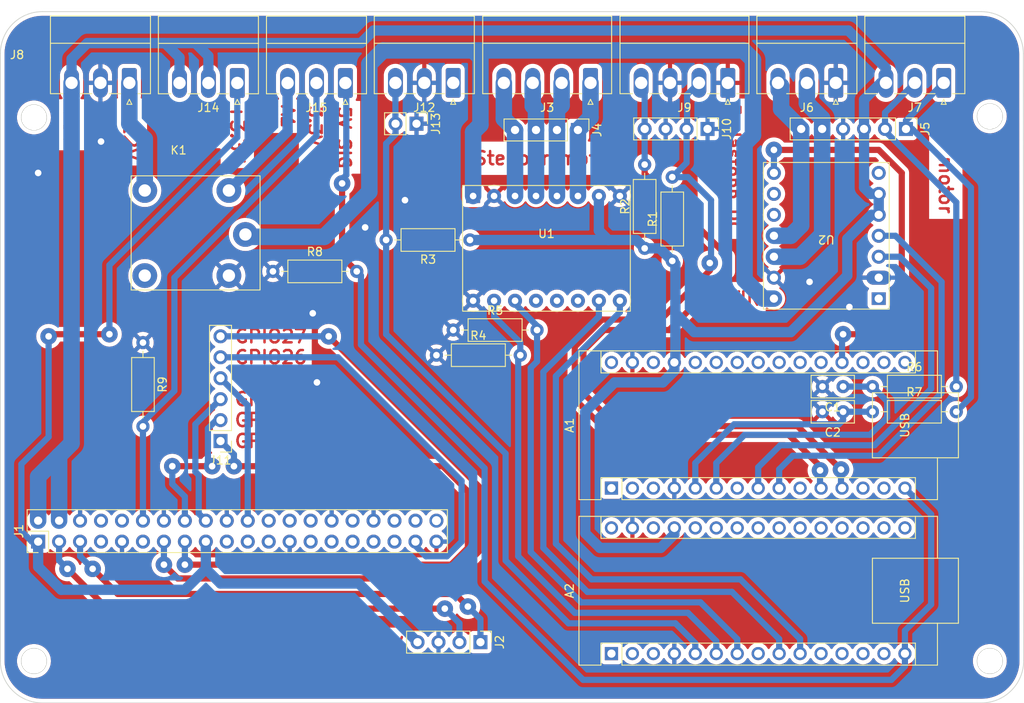
<source format=kicad_pcb>
(kicad_pcb (version 20211014) (generator pcbnew)
  (layers (0 "F.Cu" signal) (31 "B.Cu" signal) (34 "B.Paste" user) (35 "F.Paste" user) (36 "B.SilkS" user "B.Silkscreen") (37 "F.SilkS" user "F.Silkscreen") (38 "B.Mask" user) (39 "F.Mask" user) (44 "Edge.Cuts" user))
  (net 0 "")
  (net 1 "+12V")
  (net 2 "GND")
  (net 3 "+3.3V")
  (net 6 "+5V")
  (net 7 "Net-(J1-Pad3)")
  (net 8 "Net-(J1-Pad5)")
  (net 13 "Net-(A1-Pad5)")
  (net 16 "Net-(J5-Pad5)")
  (net 17 "Net-(J5-Pad6)")
  (net 19 "Net-(J1-Pad16)")
  (net 20 "Net-(J1-Pad18)")
  (net 28 "Net-(A1-Pad6)")
  (net 29 "Net-(J1-Pad13)")
  (net 30 "Net-(J1-Pad15)")
  (net 31 "Net-(A1-Pad8)")
  (net 32 "Net-(J1-Pad22)")
  (net 33 "Net-(A1-Pad9)")
  (net 35 "Net-(J1-Pad37)")
  (net 39 "Net-(A1-Pad11)")
  (net 40 "Net-(A1-Pad12)")
  (net 41 "Net-(A1-Pad19)")
  (net 44 "Net-(A1-Pad15)")
  (net 72 "Net-(J1-Pad12)")
  (net 88 "Net-(J8-Pad1)")
  (net 92 "Net-(J5-Pad1)")
  (net 93 "Net-(J5-Pad2)")
  (net 94 "Net-(J15-Pad3)")
  (net 95 "Net-(A2-Pad5)")
  (net 96 "Net-(U1-Pad6)")
  (net 97 "Net-(U1-Pad5)")
  (net 98 "Net-(U1-Pad4)")
  (net 99 "Net-(U1-Pad3)")
  (net 100 "Net-(A2-Pad9)")
  (net 101 "Net-(A2-Pad10)")
  (net 102 "Net-(R4-Pad2)")
  (net 103 "Net-(R5-Pad2)")
  (footprint "Resistor_THT:R_Axial_DIN0207_L6.3mm_D2.5mm_P10.16mm_Horizontal" (layer "F.Cu") (at 195.072 68.326 180)
    (fp_text reference "R3")
    (fp_text value "10k")
  )
  (footprint "Resistor_THT:R_Axial_DIN0207_L6.3mm_D2.5mm_P10.16mm_Horizontal" (layer "F.Cu") (at 219.583 70.866 90)
    (fp_text reference "R1")
    (fp_text value "10k")
  )
  (footprint "Connector_PinHeader_2.54mm:PinHeader_1x04_P2.54mm_Vertical" (layer "F.Cu") (at 208.153 54.991 -90)
    (fp_text reference "J4")
    (fp_text value "Conn_01x04_Male")
  )
  (footprint "Capacitor_THT:C_Disc_D5.0mm_W2.5mm_P2.50mm" (layer "F.Cu") (at 240.284 86.106 180)
    (fp_text reference "C1")
    (fp_text value "50pF")
  )
  (footprint "Resistor_THT:R_Axial_DIN0207_L6.3mm_D2.5mm_P10.16mm_Horizontal" (layer "F.Cu") (at 193.04 79.248)
    (fp_text reference "R5")
    (fp_text value "10k")
  )
  (footprint "Connector_Phoenix_MC:PhoenixContact_MC_1,5_3-G-3.5_1x03_P3.50mm_Horizontal" (layer "F.Cu") (at 179.975 49.2875 180)
    (fp_text reference "J15")
    (fp_text value "Conn_01x03_Male")
  )
  (footprint "Capacitor_THT:C_Disc_D5.0mm_W2.5mm_P2.50mm" (layer "F.Cu") (at 240.284 89.154 180)
    (fp_text reference "C2")
    (fp_text value "50pF")
  )
  (footprint "Connector_PinHeader_2.54mm:PinHeader_2x20_P2.54mm_Vertical" (layer "F.Cu") (at 142.748 104.902 90)
    (fp_text reference "J1")
    (fp_text value "Raspberry_Pi_2_3")
  )
  (footprint "Resistor_THT:R_Axial_DIN0207_L6.3mm_D2.5mm_P10.16mm_Horizontal" (layer "F.Cu") (at 243.84 89.154)
    (fp_text reference "R7")
    (fp_text value "2R2")
  )
  (footprint "Custom:Relay_SRA-05VDC-CL" (layer "F.Cu") (at 167.862 66.644 180)
    (fp_text reference "K1")
    (fp_text value "FINDER-36.11")
  )
  (footprint "Connector_Phoenix_MC:PhoenixContact_MC_1,5_3-G-3.5_1x03_P3.50mm_Horizontal" (layer "F.Cu") (at 153.797 49.276 180)
    (fp_text reference "J8")
    (fp_text value "Conn_01x03_Male")
  )
  (footprint "Connector_Phoenix_MC:PhoenixContact_MC_1,5_4-G-3.5_1x04_P3.50mm_Horizontal" (layer "F.Cu") (at 226.314 49.276 180)
    (fp_text reference "J9")
    (fp_text value "Conn_01x04_Male")
  )
  (footprint "Resistor_THT:R_Axial_DIN0207_L6.3mm_D2.5mm_P10.16mm_Horizontal" (layer "F.Cu") (at 155.448 80.772 -90)
    (fp_text reference "R9")
    (fp_text value "10k")
  )
  (footprint "Resistor_THT:R_Axial_DIN0207_L6.3mm_D2.5mm_P10.16mm_Horizontal" (layer "F.Cu") (at 216.24 69.342 90)
    (fp_text reference "R2")
    (fp_text value "10k")
  )
  (footprint "Connector_Phoenix_MC:PhoenixContact_MC_1,5_3-G-3.5_1x03_P3.50mm_Horizontal" (layer "F.Cu") (at 239.395 49.276 180)
    (fp_text reference "J6")
    (fp_text value "Conn_01x03_Male")
  )
  (footprint "Connector_PinHeader_2.54mm:PinHeader_1x02_P2.54mm_Vertical" (layer "F.Cu") (at 188.595 54.229 -90)
    (fp_text reference "J13")
    (fp_text value "Conn_01x02_Male")
  )
  (footprint "Connector_PinHeader_2.54mm:PinHeader_1x06_P2.54mm_Vertical" (layer "F.Cu") (at 247.904 54.864 -90)
    (fp_text reference "J5")
    (fp_text value "Conn_01x06_Male")
  )
  (footprint "Connector_PinHeader_2.54mm:PinHeader_1x06_P2.54mm_Vertical" (layer "F.Cu") (at 164.846 92.71 180)
    (fp_text reference "J11")
    (fp_text value "Conn_01x06_Male")
  )
  (footprint "Connector_PinHeader_2.54mm:PinHeader_1x04_P2.54mm_Vertical" (layer "F.Cu") (at 223.86 54.864 -90)
    (fp_text reference "J10")
    (fp_text value "Conn_01x04_Male")
  )
  (footprint "Resistor_THT:R_Axial_DIN0207_L6.3mm_D2.5mm_P10.16mm_Horizontal" (layer "F.Cu") (at 243.84 86.106)
    (fp_text reference "R6")
    (fp_text value "2R2")
  )
  (footprint "Connector_Phoenix_MC:PhoenixContact_MC_1,5_3-G-3.5_1x03_P3.50mm_Horizontal" (layer "F.Cu") (at 166.878 49.2875 180)
    (fp_text reference "J14")
    (fp_text value "Conn_01x03_Male")
  )
  (footprint "Custom:DRV8874 Single Brushed DC Motor Driver" (layer "F.Cu") (at 244.602 75.438 180)
    (fp_text reference "U2")
    (fp_text value "DRV8874_Single_Brushed_DC_Motor_Driver")
  )
  (footprint "Connector_PinHeader_2.54mm:PinHeader_1x04_P2.54mm_Vertical" (layer "F.Cu") (at 196.342 117.094 -90)
    (fp_text reference "J2")
    (fp_text value "Conn_01x04_Male")
  )
  (footprint "Module:Arduino_Nano" (layer "F.Cu") (at 212.217 98.415 90)
    (fp_text reference "A1")
    (fp_text value "Arduino_Nano_v2.x")
  )
  (footprint "Connector_Phoenix_MC:PhoenixContact_MC_1,5_3-G-3.5_1x03_P3.50mm_Horizontal" (layer "F.Cu") (at 252.476 49.276 180)
    (fp_text reference "J7")
    (fp_text value "Conn_01x03_Male")
  )
  (footprint "Connector_Phoenix_MC:PhoenixContact_MC_1,5_4-G-3.5_1x04_P3.50mm_Horizontal" (layer "F.Cu") (at 209.677 49.276 180)
    (fp_text reference "J3")
    (fp_text value "Conn_01x04_Male")
  )
  (footprint "Custom:TMC2208 - Driverboard" (layer "F.Cu") (at 218.313 69.342 -90)
    (fp_text reference "U1")
    (fp_text value "TMC2208_-_Driver_board")
  )
  (footprint "Resistor_THT:R_Axial_DIN0207_L6.3mm_D2.5mm_P10.16mm_Horizontal" (layer "F.Cu") (at 191.008 82.296)
    (fp_text reference "R4")
    (fp_text value "10k")
  )
  (footprint "Module:Arduino_Nano" (layer "F.Cu") (at 212.217 118.481 90)
    (fp_text reference "A2")
    (fp_text value "Arduino_Nano_v2.x")
  )
  (footprint "Connector_Phoenix_MC:PhoenixContact_MC_1,5_3-G-3.5_1x03_P3.50mm_Horizontal" (layer "F.Cu") (at 193.04 49.276 180)
    (fp_text reference "J12")
    (fp_text value "Conn_01x03_Male")
  )
  (footprint "Resistor_THT:R_Axial_DIN0207_L6.3mm_D2.5mm_P10.16mm_Horizontal" (layer "F.Cu") (at 171.196 72.136)
    (fp_text reference "R8")
    (fp_text value "10k")
  )
  (gr_arc (start 138.176 45.72) (mid 139.663898 42.127898) (end 143.256 40.64) (layer "Edge.Cuts") (width 0.1))
  (gr_circle (center 258.064 53.34) (end 259.588 53.34) (layer "Edge.Cuts") (width 0.1) (fill solid))
  (gr_circle (center 258.064 119.38) (end 259.588 119.38) (layer "Edge.Cuts") (width 0.1) (fill solid))
  (gr_arc (start 143.256 124.46) (mid 139.663898 122.972102) (end 138.176 119.38) (layer "Edge.Cuts") (width 0.1))
  (gr_line (start 257.011898 40.64) (end 143.256 40.64) (layer "Edge.Cuts") (width 0.1))
  (gr_circle (center 142.24 53.467) (end 143.764 53.467) (layer "Edge.Cuts") (width 0.1) (fill solid))
  (gr_arc (start 257.011898 40.64) (mid 260.616788 42.125722) (end 262.128 45.72) (layer "Edge.Cuts") (width 0.1))
  (gr_circle (center 142.24 119.38) (end 143.764 119.38) (layer "Edge.Cuts") (width 0.1) (fill none))
  (gr_circle (center 142.24 119.38) (end 143.764 119.38) (layer "Edge.Cuts") (width 0.1) (fill solid))
  (gr_circle (center 258.064 119.38) (end 259.588 119.38) (layer "Edge.Cuts") (width 0.1) (fill none))
  (gr_line (start 262.164102 119.343898) (end 262.128 45.72) (layer "Edge.Cuts") (width 0.1))
  (gr_circle (center 142.24 53.467) (end 143.764 53.467) (layer "Edge.Cuts") (width 0.1) (fill none))
  (gr_circle (center 258.064 53.34) (end 259.588 53.34) (layer "Edge.Cuts") (width 0.1) (fill none))
  (gr_line (start 143.256 124.46) (end 257.048 124.46) (layer "Edge.Cuts") (width 0.1))
  (gr_line (start 138.176 45.72) (end 138.176 119.38) (layer "Edge.Cuts") (width 0.1))
  (gr_arc (start 262.164102 119.343898) (mid 260.66563 122.961528) (end 257.048 124.46) (layer "Edge.Cuts") (width 0.1))
  (gr_text "GPIO25" (at 170.942 85.09) (layer "F.Cu") (effects (font (size 1.6 1.6) (thickness 0.3))))
  (gr_text "DC motor\n" (at 252.73 59.436 270) (layer "F.Cu") (effects (font (size 1.6 1.6) (thickness 0.3))))
  (gr_text "GPIO22\n" (at 170.942 92.71) (layer "F.Cu") (effects (font (size 1.6 1.6) (thickness 0.3))))
  (gr_text "I2C\n" (at 192.532 120.142) (layer "F.Cu") (effects (font (size 1.5 1.5) (thickness 0.3))))
  (gr_text "+3.3V" (at 183.388 117.348) (layer "F.Cu") (effects (font (size 1.6 1.6) (thickness 0.3))))
  (gr_text "+5V" (at 160.02 54.102 270) (layer "F.Cu") (effects (font (size 1.6 1.6) (thickness 0.3))))
  (gr_text "+5V" (at 163.322 54.102 270) (layer "F.Cu") (effects (font (size 1.6 1.6) (thickness 0.3))))
  (gr_text "GPIO23\n" (at 170.942 90.17) (layer "F.Cu") (effects (font (size 1.6 1.6) (thickness 0.3))))
  (gr_text "Stepper motor" (at 204.216 58.42) (layer "F.Cu") (effects (font (size 1.6 1.6) (thickness 0.3))))
  (gr_text "3.3V SIG\n" (at 176.276 56.896 270) (layer "F.Cu") (effects (font (size 1.5 1.5) (thickness 0.3))))
  (gr_text "Endastopp DC\n\n" (at 225.806 59.69 270) (layer "F.Cu") (effects (font (size 1.5 1.5) (thickness 0.3))))
  (gr_text "+12V\n" (at 153.924 55.245 270) (layer "F.Cu") (effects (font (size 1.6 1.7) (thickness 0.3))))
  (gr_text "5V SIG\n" (at 179.832 55.88 270) (layer "F.Cu") (effects (font (size 1.5 1.5) (thickness 0.3))))
  (gr_text "+3.3V" (at 166.878 55.372 270) (layer "F.Cu") (effects (font (size 1.6 1.6) (thickness 0.3))))
  (gr_text "VIN" (at 228.346 75.438) (layer "F.Cu") (effects (font (size 1.6 1.6) (thickness 0.3))))
  (gr_text "+5V" (at 146.685 54.356 270) (layer "F.Cu") (effects (font (size 1.6 1.6) (thickness 0.3))))
  (gr_text "A1\n" (at 172.974 53.34 270) (layer "F.Cu") (effects (font (size 1.5 1.5) (thickness 0.3))))
  (gr_text "GPIO24\n" (at 170.942 87.63) (layer "F.Cu") (effects (font (size 1.6 1.6) (thickness 0.3))))
  (gr_text "GPIO27" (at 170.942 80.01) (layer "F.Cu") (effects (font (size 1.6 1.6) (thickness 0.3))))
  (gr_text "GPIO26\n" (at 170.942 82.55) (layer "F.Cu") (effects (font (size 1.6 1.6) (thickness 0.3))))
  (via (at 258.064 53.34) (size 3.1) (drill 3) (layers "F.Cu" "B.Cu") (net 0))
  (via (at 142.24 119.38) (size 3.1) (drill 3) (layers "F.Cu" "B.Cu") (net 0))
  (via (at 142.24 53.467) (size 3.1) (drill 3) (layers "F.Cu" "B.Cu") (net 0))
  (via (at 258.064 119.38) (size 3.1) (drill 3) (layers "F.Cu" "B.Cu") (net 0))
  (segment (start 182.88 62.484) (end 182.88 46.99) (width 2) (layer "B.Cu") (net 1))
  (segment (start 229.362 55.626) (end 228.346 56.642) (width 2) (layer "B.Cu") (net 1))
  (segment (start 195.453 62.992) (end 195.453 55.245) (width 2) (layer "B.Cu") (net 1))
  (segment (start 230.632 75.438) (end 231.902 75.438) (width 2) (layer "B.Cu") (net 1))
  (segment (start 196.342 46.228) (end 195.453 45.339) (width 2) (layer "B.Cu") (net 1))
  (segment (start 184.531 45.339) (end 195.453 45.339) (width 2) (layer "B.Cu") (net 1))
  (segment (start 211.963 45.339) (end 228.219 45.339) (width 2) (layer "B.Cu") (net 1))
  (segment (start 196.342 54.356) (end 196.342 46.228) (width 2) (layer "B.Cu") (net 1))
  (segment (start 229.362 46.482) (end 229.362 55.626) (width 2) (layer "B.Cu") (net 1))
  (segment (start 177.419 67.945) (end 182.88 62.484) (width 2) (layer "B.Cu") (net 1))
  (segment (start 228.346 56.642) (end 228.346 73.152) (width 2) (layer "B.Cu") (net 1))
  (segment (start 195.453 45.339) (end 211.963 45.339) (width 2) (layer "B.Cu") (net 1))
  (segment (start 228.346 73.152) (end 230.632 75.438) (width 2) (layer "B.Cu") (net 1))
  (segment (start 195.453 55.245) (end 196.342 54.356) (width 2) (layer "B.Cu") (net 1))
  (segment (start 182.88 46.99) (end 184.531 45.339) (width 2) (layer "B.Cu") (net 1))
  (segment (start 228.219 45.339) (end 229.362 46.482) (width 2) (layer "B.Cu") (net 1))
  (segment (start 168.197 67.945) (end 177.419 67.945) (width 2) (layer "B.Cu") (net 1))
  (segment (start 176.276 77.47) (end 176.022 77.216) (width 0.75) (layer "F.Cu") (net 2))
  (segment (start 239.268 76.454) (end 236.22 73.406) (width 0.75) (layer "F.Cu") (net 2))
  (segment (start 182.372 66.802) (end 185.674 63.5) (width 0.75) (layer "F.Cu") (net 2))
  (segment (start 176.276 85.344) (end 176.276 77.47) (width 0.75) (layer "F.Cu") (net 2))
  (segment (start 146.558 60.198) (end 142.748 60.198) (width 0.75) (layer "F.Cu") (net 2))
  (segment (start 150.368 56.388) (end 146.558 60.198) (width 0.75) (layer "F.Cu") (net 2))
  (segment (start 185.674 63.5) (end 187.198 63.5) (width 0.75) (layer "F.Cu") (net 2))
  (segment (start 241.046 76.454) (end 239.268 76.454) (width 0.75) (layer "F.Cu") (net 2))
  (segment (start 176.53 85.598) (end 176.276 85.344) (width 0.75) (layer "F.Cu") (net 2))
  (via (at 182.372 66.802) (size 2) (drill 0.8) (layers "F.Cu" "B.Cu") (net 2))
  (via (at 176.022 77.216) (size 2) (drill 0.8) (layers "F.Cu" "B.Cu") (net 2))
  (via (at 150.368 56.388) (size 2) (drill 0.8) (layers "F.Cu" "B.Cu") (net 2))
  (via (at 241.046 76.454) (size 2) (drill 0.8) (layers "F.Cu" "B.Cu") (net 2))
  (via (at 142.748 60.198) (size 2) (drill 0.8) (layers "F.Cu" "B.Cu") (net 2))
  (via (at 236.22 73.406) (size 2) (drill 0.8) (layers "F.Cu" "B.Cu") (net 2))
  (via (at 187.198 63.5) (size 2) (drill 0.8) (layers "F.Cu" "B.Cu") (net 2))
  (via (at 176.53 85.598) (size 2) (drill 0.8) (layers "F.Cu" "B.Cu") (net 2))
  (segment (start 176.784 85.852) (end 176.53 85.598) (width 0.75) (layer "B.Cu") (net 2))
  (segment (start 178.054 85.852) (end 176.784 85.852) (width 0.75) (layer "B.Cu") (net 2))
  (segment (start 144.272 79.756) (end 144.018 80.01) (width 0.75) (layer "F.Cu") (net 3))
  (segment (start 151.384 79.756) (end 144.272 79.756) (width 0.75) (layer "F.Cu") (net 3))
  (via (at 151.384 79.756) (size 2) (drill 0.8) (layers "F.Cu" "B.Cu") (net 3))
  (via (at 144.018 80.01) (size 2) (drill 0.8) (layers "F.Cu" "B.Cu") (net 3))
  (segment (start 164.846 109.982) (end 181.61 109.982) (width 1.25) (layer "B.Cu") (net 3))
  (segment (start 163.068 108.204) (end 160.528 110.744) (width 1.25) (layer "B.Cu") (net 3))
  (segment (start 141.986 104.902) (end 142.748 104.902) (width 0.75) (layer "B.Cu") (net 3))
  (segment (start 140.716 103.632) (end 141.986 104.902) (width 0.75) (layer "B.Cu") (net 3))
  (segment (start 163.068 104.902) (end 163.068 108.204) (width 1.25) (layer "B.Cu") (net 3))
  (segment (start 142.748 107.95) (end 142.748 104.902) (width 1.25) (layer "B.Cu") (net 3))
  (segment (start 151.384 71.374) (end 166.878 55.88) (width 0.75) (layer "B.Cu") (net 3))
  (segment (start 166.878 55.88) (end 166.878 49.2875) (width 0.75) (layer "B.Cu") (net 3))
  (segment (start 181.61 109.982) (end 188.722 117.094) (width 1.25) (layer "B.Cu") (net 3))
  (segment (start 145.542 110.744) (end 142.748 107.95) (width 1.25) (layer "B.Cu") (net 3))
  (segment (start 163.068 108.204) (end 164.846 109.982) (width 1.25) (layer "B.Cu") (net 3))
  (segment (start 144.018 92.202) (end 140.716 95.504) (width 0.75) (layer "B.Cu") (net 3))
  (segment (start 140.716 95.504) (end 140.716 103.632) (width 0.75) (layer "B.Cu") (net 3))
  (segment (start 160.528 110.744) (end 145.542 110.744) (width 1.25) (layer "B.Cu") (net 3))
  (segment (start 151.384 79.756) (end 151.384 71.374) (width 0.75) (layer "B.Cu") (net 3))
  (segment (start 144.018 80.01) (end 144.018 92.202) (width 0.75) (layer "B.Cu") (net 3))
  (segment (start 219.964 83.048) (end 219.837 83.175) (width 1.25) (layer "B.Cu") (net 6))
  (segment (start 216.24 69.342) (end 218.059 69.342) (width 1.25) (layer "B.Cu") (net 6))
  (segment (start 163.378 49.2875) (end 163.378 46.03) (width 1.25) (layer "B.Cu") (net 6))
  (segment (start 243.713 65.278) (end 240.792 68.199) (width 1.25) (layer "B.Cu") (net 6))
  (segment (start 243.586 62.738) (end 244.602 62.738) (width 1.25) (layer "B.Cu") (net 6))
  (segment (start 183.388 42.926) (end 240.919 42.926) (width 1.25) (layer "B.Cu") (net 6))
  (segment (start 148.717 44.45) (end 146.797 46.37) (width 1.25) (layer "B.Cu") (net 6))
  (segment (start 181.864 44.45) (end 183.388 42.926) (width 1.25) (layer "B.Cu") (net 6))
  (segment (start 219.837 84.201) (end 218.44 85.598) (width 1.25) (layer "B.Cu") (net 6))
  (segment (start 219.837 83.175) (end 219.837 84.201) (width 1.25) (layer "B.Cu") (net 6))
  (segment (start 161.798 44.45) (end 181.864 44.45) (width 1.25) (layer "B.Cu") (net 6))
  (segment (start 210.693 62.992) (end 210.693 67.183) (width 1.25) (layer "B.Cu") (net 6))
  (segment (start 219.964 77.216) (end 219.964 83.048) (width 1.25) (layer "B.Cu") (net 6))
  (segment (start 219.837 104.013) (end 219.837 103.241) (width 1.25) (layer "B.Cu") (net 6))
  (segment (start 158.115 44.45) (end 157.353 44.45) (width 1.25) (layer "B.Cu") (net 6))
  (segment (start 219.964 71.247) (end 219.964 77.216) (width 1.25) (layer "B.Cu") (net 6))
  (segment (start 218.059 69.342) (end 219.583 70.866) (width 1.25) (layer "B.Cu") (net 6))
  (segment (start 145.288 94.488) (end 142.748 97.028) (width 2) (layer "B.Cu") (net 6))
  (segment (start 209.042 89.154) (end 209.042 103.886) (width 1.25) (layer "B.Cu") (net 6))
  (segment (start 244.602 62.738) (end 244.602 65.278) (width 1.25) (layer "B.Cu") (net 6))
  (segment (start 146.797 46.37) (end 146.797 49.276) (width 1.25) (layer "B.Cu") (net 6))
  (segment (start 195.072 68.326) (end 215.224 68.326) (width 1.25) (layer "B.Cu") (net 6))
  (segment (start 146.797 92.979) (end 145.288 94.488) (width 2) (layer "B.Cu") (net 6))
  (segment (start 159.878 46.213) (end 158.115 44.45) (width 1.25) (layer "B.Cu") (net 6))
  (segment (start 218.44 85.598) (end 212.598 85.598) (width 1.25) (layer "B.Cu") (net 6))
  (segment (start 142.748 97.028) (end 142.748 102.362) (width 2) (layer "B.Cu") (net 6))
  (segment (start 209.042 103.886) (end 210.82 105.664) (width 1.25) (layer "B.Cu") (net 6))
  (segment (start 222.25 79.502) (end 219.964 77.216) (width 1.25) (layer "B.Cu") (net 6))
  (segment (start 157.353 44.45) (end 148.717 44.45) (width 1.25) (layer "B.Cu") (net 6))
  (segment (start 163.378 46.03) (end 161.798 44.45) (width 1.25) (layer "B.Cu") (net 6))
  (segment (start 244.856 49.276) (end 242.824 51.308) (width 1.25) (layer "B.Cu") (net 6))
  (segment (start 210.693 67.183) (end 211.836 68.326) (width 1.25) (layer "B.Cu") (net 6))
  (segment (start 215.224 68.326) (end 216.24 69.342) (width 1.25) (layer "B.Cu") (net 6))
  (segment (start 218.186 105.664) (end 219.837 104.013) (width 1.25) (layer "B.Cu") (net 6))
  (segment (start 212.598 85.598) (end 209.042 89.154) (width 1.25) (layer "B.Cu") (net 6))
  (segment (start 145.288 94.488) (end 145.288 102.362) (width 2) (layer "B.Cu") (net 6))
  (segment (start 210.82 105.664) (end 218.186 105.664) (width 1.25) (layer "B.Cu") (net 6))
  (segment (start 159.878 49.2875) (end 159.878 46.213) (width 1.25) (layer "B.Cu") (net 6))
  (segment (start 240.919 42.926) (end 245.476 47.483) (width 1.25) (layer "B.Cu") (net 6))
  (segment (start 240.792 68.199) (end 240.792 72.644) (width 1.25) (layer "B.Cu") (net 6))
  (segment (start 233.934 79.502) (end 222.25 79.502) (width 1.25) (layer "B.Cu") (net 6))
  (segment (start 161.798 44.45) (end 157.353 44.45) (width 1.25) (layer "B.Cu") (net 6))
  (segment (start 242.824 51.308) (end 242.824 54.864) (width 1.25) (layer "B.Cu") (net 6))
  (segment (start 242.824 54.864) (end 242.824 61.976) (width 1.25) (layer "B.Cu") (net 6))
  (segment (start 244.602 65.278) (end 243.713 65.278) (width 1.25) (layer "B.Cu") (net 6))
  (segment (start 242.824 61.976) (end 243.586 62.738) (width 1.25) (layer "B.Cu") (net 6))
  (segment (start 240.792 72.644) (end 233.934 79.502) (width 1.25) (layer "B.Cu") (net 6))
  (segment (start 146.797 49.276) (end 146.797 92.979) (width 2) (layer "B.Cu") (net 6))
  (segment (start 219.583 70.866) (end 219.964 71.247) (width 1.25) (layer "B.Cu") (net 6))
  (segment (start 245.476 49.276) (end 244.856 49.276) (width 1.25) (layer "B.Cu") (net 6))
  (segment (start 245.476 47.483) (end 245.476 49.276) (width 1.25) (layer "B.Cu") (net 6))
  (segment (start 192.024 113.03) (end 151.13 113.03) (width 0.75) (layer "F.Cu") (net 7))
  (segment (start 151.13 113.03) (end 146.304 108.204) (width 0.75) (layer "F.Cu") (net 7))
  (via (at 192.024 113.03) (size 2) (drill 0.8) (layers "F.Cu" "B.Cu") (net 7))
  (via (at 146.304 108.204) (size 2) (drill 0.8) (layers "F.Cu" "B.Cu") (net 7))
  (segment (start 146.304 108.204) (end 145.288 107.188) (width 0.75) (layer "B.Cu") (net 7))
  (segment (start 193.802 117.094) (end 193.802 114.808) (width 0.75) (layer "B.Cu") (net 7))
  (segment (start 193.802 114.808) (end 192.024 113.03) (width 0.75) (layer "B.Cu") (net 7))
  (segment (start 145.288 107.188) (end 145.288 104.902) (width 0.75) (layer "B.Cu") (net 7))
  (segment (start 194.818 112.776) (end 193.294 111.252) (width 0.75) (layer "F.Cu") (net 8))
  (segment (start 152.4 111.252) (end 149.352 108.204) (width 0.75) (layer "F.Cu") (net 8))
  (segment (start 193.294 111.252) (end 152.4 111.252) (width 0.75) (layer "F.Cu") (net 8))
  (via (at 149.352 108.204) (size 2) (drill 0.8) (layers "F.Cu" "B.Cu") (net 8))
  (via (at 194.818 112.776) (size 2) (drill 0.8) (layers "F.Cu" "B.Cu") (net 8))
  (segment (start 147.828 106.68) (end 147.828 104.902) (width 0.75) (layer "B.Cu") (net 8))
  (segment (start 196.342 114.3) (end 194.818 112.776) (width 0.75) (layer "B.Cu") (net 8))
  (segment (start 196.342 117.094) (end 196.342 114.3) (width 0.75) (layer "B.Cu") (net 8))
  (segment (start 149.352 108.204) (end 147.828 106.68) (width 0.75) (layer "B.Cu") (net 8))
  (segment (start 240.284 89.154) (end 240.284 90.17) (width 0.75) (layer "B.Cu") (net 13))
  (segment (start 240.284 90.17) (end 239.776 90.678) (width 0.75) (layer "B.Cu") (net 13))
  (segment (start 227.076 90.678) (end 222.377 95.377) (width 0.75) (layer "B.Cu") (net 13))
  (segment (start 222.377 95.377) (end 222.377 98.415) (width 0.75) (layer "B.Cu") (net 13))
  (segment (start 243.84 89.154) (end 240.284 89.154) (width 0.75) (layer "B.Cu") (net 13))
  (segment (start 239.776 90.678) (end 227.076 90.678) (width 0.75) (layer "B.Cu") (net 13))
  (segment (start 235.052346 70.358) (end 237.744 67.666346) (width 2) (layer "B.Cu") (net 16))
  (segment (start 237.744 54.864) (end 237.744 53.594) (width 2) (layer "B.Cu") (net 16))
  (segment (start 237.744 53.594) (end 235.895 51.745) (width 2) (layer "B.Cu") (net 16))
  (segment (start 237.744 67.666346) (end 237.744 54.864) (width 2) (layer "B.Cu") (net 16))
  (segment (start 235.895 51.745) (end 235.895 49.276) (width 2) (layer "B.Cu") (net 16))
  (segment (start 231.902 70.358) (end 235.052346 70.358) (width 2) (layer "B.Cu") (net 16))
  (segment (start 231.902 67.818) (end 233.934 67.818) (width 2) (layer "B.Cu") (net 17))
  (segment (start 232.776 49.657) (end 232.395 49.276) (width 2) (layer "B.Cu") (net 17))
  (segment (start 232.776 52.436) (end 232.776 49.657) (width 2) (layer "B.Cu") (net 17))
  (segment (start 235.204 66.548) (end 235.204 54.864) (width 2) (layer "B.Cu") (net 17))
  (segment (start 235.204 54.864) (end 232.776 52.436) (width 2) (layer "B.Cu") (net 17))
  (segment (start 233.934 67.818) (end 235.204 66.548) (width 2) (layer "B.Cu") (net 17))
  (segment (start 163.83 95.758) (end 159.004 95.758) (width 0.75) (layer "F.Cu") (net 19))
  (via (at 159.004 95.758) (size 2) (drill 0.8) (layers "F.Cu" "B.Cu") (net 19))
  (via (at 163.83 95.758) (size 2) (drill 0.8) (layers "F.Cu" "B.Cu") (net 19))
  (segment (start 159.004 95.758) (end 159.004 97.917) (width 0.75) (layer "B.Cu") (net 19))
  (segment (start 159.004 97.917) (end 160.528 99.441) (width 0.75) (layer "B.Cu") (net 19))
  (segment (start 163.321 95.249) (end 163.321 91.185) (width 0.75) (layer "B.Cu") (net 19))
  (segment (start 163.321 91.185) (end 164.336 90.17) (width 0.75) (layer "B.Cu") (net 19))
  (segment (start 164.336 90.17) (end 164.846 90.17) (width 0.75) (layer "B.Cu") (net 19))
  (segment (start 163.83 95.758) (end 163.321 95.249) (width 0.75) (layer "B.Cu") (net 19))
  (segment (start 160.528 99.441) (end 160.528 102.362) (width 0.75) (layer "B.Cu") (net 19))
  (segment (start 161.798 96.437192) (end 161.798 90.678) (width 0.75) (layer "B.Cu") (net 20))
  (segment (start 163.068 102.362) (end 162.203 101.497) (width 0.75) (layer "B.Cu") (net 20))
  (segment (start 164.846 87.63) (end 165.354 87.63) (width 0.75) (layer "B.Cu") (net 20))
  (segment (start 162.203 96.842192) (end 161.798 96.437192) (width 0.75) (layer "B.Cu") (net 20))
  (segment (start 161.798 90.678) (end 164.846 87.63) (width 0.75) (layer "B.Cu") (net 20))
  (segment (start 162.203 101.497) (end 162.203 96.842192) (width 0.75) (layer "B.Cu") (net 20))
  (segment (start 243.84 86.106) (end 240.284 86.106) (width 0.75) (layer "B.Cu") (net 28))
  (segment (start 228.346 91.948) (end 224.917 95.377) (width 0.75) (layer "B.Cu") (net 28))
  (segment (start 243.84 86.106) (end 245.618 87.884) (width 0.75) (layer "B.Cu") (net 28))
  (segment (start 243.537 91.948) (end 228.346 91.948) (width 0.75) (layer "B.Cu") (net 28))
  (segment (start 245.618 89.867) (end 243.537 91.948) (width 0.75) (layer "B.Cu") (net 28))
  (segment (start 245.618 87.884) (end 245.618 89.867) (width 0.75) (layer "B.Cu") (net 28))
  (segment (start 224.917 95.377) (end 224.917 98.415) (width 0.75) (layer "B.Cu") (net 28))
  (segment (start 196.088 106.172) (end 192.889 109.371) (width 0.75) (layer "F.Cu") (net 29))
  (segment (start 192.889 109.371) (end 159.663 109.371) (width 0.75) (layer "F.Cu") (net 29))
  (segment (start 159.663 109.371) (end 157.988 107.696) (width 0.75) (layer "F.Cu") (net 29))
  (segment (start 196.088 98.1475) (end 196.088 106.172) (width 0.75) (layer "F.Cu") (net 29))
  (segment (start 177.9505 80.01) (end 196.088 98.1475) (width 0.75) (layer "F.Cu") (net 29))
  (via (at 157.988 107.696) (size 2) (drill 0.8) (layers "F.Cu" "B.Cu") (net 29))
  (via (at 177.9505 80.01) (size 2) (drill 0.8) (layers "F.Cu" "B.Cu") (net 29))
  (segment (start 177.9505 80.01) (end 164.846 80.01) (width 0.75) (layer "B.Cu") (net 29))
  (segment (start 157.988 104.902) (end 157.988 107.696) (width 0.75) (layer "B.Cu") (net 29))
  (segment (start 192.786 107.696) (end 160.528 107.696) (width 0.75) (layer "F.Cu") (net 30))
  (segment (start 194.818 105.664) (end 192.786 107.696) (width 0.75) (layer "F.Cu") (net 30))
  (segment (start 166.4735 95.758) (end 191.77 95.758) (width 0.75) (layer "F.Cu") (net 30))
  (segment (start 191.77 95.758) (end 194.818 98.806) (width 0.75) (layer "F.Cu") (net 30))
  (segment (start 194.818 98.806) (end 194.818 105.664) (width 0.75) (layer "F.Cu") (net 30))
  (via (at 160.528 107.696) (size 2) (drill 0.8) (layers "F.Cu" "B.Cu") (net 30))
  (via (at 166.4735 95.758) (size 2) (drill 0.8) (layers "F.Cu" "B.Cu") (net 30))
  (segment (start 166.4735 94.3375) (end 164.846 92.71) (width 0.75) (layer "B.Cu") (net 30))
  (segment (start 166.4735 95.758) (end 166.4735 94.3375) (width 0.75) (layer "B.Cu") (net 30))
  (segment (start 160.528 104.902) (end 160.528 107.696) (width 0.75) (layer "B.Cu") (net 30))
  (segment (start 250.952 86.36) (end 244.094 93.218) (width 0.75) (layer "B.Cu") (net 31))
  (segment (start 250.952 74.168) (end 250.952 86.36) (width 0.75) (layer "B.Cu") (net 31))
  (segment (start 244.602 70.358) (end 247.142 70.358) (width 0.75) (layer "B.Cu") (net 31))
  (segment (start 247.142 70.358) (end 250.952 74.168) (width 0.75) (layer "B.Cu") (net 31))
  (segment (start 244.094 93.218) (end 232.664 93.218) (width 0.75) (layer "B.Cu") (net 31))
  (segment (start 229.997 95.885) (end 229.997 98.415) (width 0.75) (layer "B.Cu") (net 31))
  (segment (start 232.664 93.218) (end 229.997 95.885) (width 0.75) (layer "B.Cu") (net 31))
  (segment (start 168.148 88.392) (end 164.846 85.09) (width 0.75) (layer "B.Cu") (net 32))
  (segment (start 168.148 102.362) (end 168.148 88.392) (width 0.75) (layer "B.Cu") (net 32))
  (segment (start 252.222 73.406) (end 252.222 86.868) (width 0.75) (layer "B.Cu") (net 33))
  (segment (start 252.222 86.868) (end 244.602 94.488) (width 0.75) (layer "B.Cu") (net 33))
  (segment (start 244.602 67.818) (end 246.634 67.818) (width 0.75) (layer "B.Cu") (net 33))
  (segment (start 232.537 96.139) (end 232.537 98.415) (width 0.75) (layer "B.Cu") (net 33))
  (segment (start 234.188 94.488) (end 232.537 96.139) (width 0.75) (layer "B.Cu") (net 33))
  (segment (start 246.634 67.818) (end 252.222 73.406) (width 0.75) (layer "B.Cu") (net 33))
  (segment (start 244.602 94.488) (end 234.188 94.488) (width 0.75) (layer "B.Cu") (net 33))
  (segment (start 194.056 97.536) (end 179.07 82.55) (width 0.75) (layer "B.Cu") (net 35))
  (segment (start 189.738 106.68) (end 192.278 106.68) (width 0.75) (layer "B.Cu") (net 35))
  (segment (start 179.07 82.55) (end 164.846 82.55) (width 0.75) (layer "B.Cu") (net 35))
  (segment (start 188.468 105.41) (end 189.738 106.68) (width 0.75) (layer "B.Cu") (net 35))
  (segment (start 192.278 106.68) (end 194.056 104.902) (width 0.75) (layer "B.Cu") (net 35))
  (segment (start 194.056 104.902) (end 194.056 97.536) (width 0.75) (layer "B.Cu") (net 35))
  (segment (start 188.468 104.902) (end 188.468 105.41) (width 0.75) (layer "B.Cu") (net 35))
  (segment (start 237.49 95.758) (end 237.49 96.266) (width 0.75) (layer "F.Cu") (net 39))
  (segment (start 233.68 91.948) (end 237.49 95.758) (width 0.75) (layer "F.Cu") (net 39))
  (segment (start 224.1315 71.12) (end 224.1315 72.0325) (width 0.75) (layer "F.Cu") (net 39))
  (segment (start 212.09 91.948) (end 233.68 91.948) (width 0.75) (layer "F.Cu") (net 39))
  (segment (start 218.186 77.978) (end 211.074 77.978) (width 0.75) (layer "F.Cu") (net 39))
  (segment (start 224.1315 72.0325) (end 218.186 77.978) (width 0.75) (layer "F.Cu") (net 39))
  (segment (start 211.074 77.978) (end 207.772 81.28) (width 0.75) (layer "F.Cu") (net 39))
  (segment (start 207.772 87.63) (end 212.09 91.948) (width 0.75) (layer "F.Cu") (net 39))
  (segment (start 207.772 81.28) (end 207.772 87.63) (width 0.75) (layer "F.Cu") (net 39))
  (via (at 237.49 96.266) (size 2) (drill 0.8) (layers "F.Cu" "B.Cu") (net 39))
  (via (at 224.1315 71.12) (size 2) (drill 0.8) (layers "F.Cu" "B.Cu") (net 39))
  (segment (start 237.49 98.288) (end 237.617 98.415) (width 0.75) (layer "B.Cu") (net 39))
  (segment (start 221.32 58.969) (end 221.32 54.864) (width 0.75) (layer "B.Cu") (net 39))
  (segment (start 224.1315 71.12) (end 224.282 70.9695) (width 0.75) (layer "B.Cu") (net 39))
  (segment (start 224.282 63.5) (end 221.488 60.706) (width 0.75) (layer "B.Cu") (net 39))
  (segment (start 221.488 60.706) (end 219.583 60.706) (width 0.75) (layer "B.Cu") (net 39))
  (segment (start 219.583 60.706) (end 221.32 58.969) (width 0.75) (layer "B.Cu") (net 39))
  (segment (start 237.49 96.266) (end 237.49 98.288) (width 0.75) (layer "B.Cu") (net 39))
  (segment (start 222.814 49.276) (end 221.376 50.714) (width 0.75) (layer "B.Cu") (net 39))
  (segment (start 221.376 50.714) (end 221.376 54.808) (width 0.75) (layer "B.Cu") (net 39))
  (segment (start 224.282 70.9695) (end 224.282 63.5) (width 0.75) (layer "B.Cu") (net 39))
  (segment (start 221.376 54.808) (end 221.32 54.864) (width 0.75) (layer "B.Cu") (net 39))
  (segment (start 208.822 86.902) (end 208.822 81.754) (width 0.75) (layer "F.Cu") (net 40))
  (segment (start 212.818 90.898) (end 208.822 86.902) (width 0.75) (layer "F.Cu") (net 40))
  (segment (start 216.24 60.284) (end 216.24 59.182) (width 0.75) (layer "F.Cu") (net 40))
  (segment (start 208.822 81.754) (end 211.328 79.248) (width 0.75) (layer "F.Cu") (net 40))
  (segment (start 234.7655 90.898) (end 212.818 90.898) (width 0.75) (layer "F.Cu") (net 40))
  (segment (start 219.202 79.248) (end 226.314 72.136) (width 0.75) (layer "F.Cu") (net 40))
  (segment (start 226.314 72.136) (end 226.314 70.358) (width 0.75) (layer "F.Cu") (net 40))
  (segment (start 211.328 79.248) (end 219.202 79.248) (width 0.75) (layer "F.Cu") (net 40))
  (segment (start 240.03 96.1625) (end 234.7655 90.898) (width 0.75) (layer "F.Cu") (net 40))
  (segment (start 226.314 70.358) (end 216.24 60.284) (width 0.75) (layer "F.Cu") (net 40))
  (via (at 240.03 96.1625) (size 2) (drill 0.8) (layers "F.Cu" "B.Cu") (net 40))
  (segment (start 240.03 98.288) (end 240.157 98.415) (width 0.75) (layer "B.Cu") (net 40))
  (segment (start 216.24 59.182) (end 216.24 54.864) (width 0.75) (layer "B.Cu") (net 40))
  (segment (start 240.03 96.1625) (end 240.03 98.288) (width 0.75) (layer "B.Cu") (net 40))
  (segment (start 216.24 49.702) (end 216.24 54.864) (width 0.75) (layer "B.Cu") (net 40))
  (segment (start 215.814 49.276) (end 216.24 49.702) (width 0.75) (layer "B.Cu") (net 40))
  (segment (start 247.396 60.198) (end 247.396 77.724) (width 0.75) (layer "F.Cu") (net 41))
  (segment (start 245.364 79.756) (end 240.284 79.756) (width 0.75) (layer "F.Cu") (net 41))
  (segment (start 231.902 57.404) (end 244.602 57.404) (width 0.75) (layer "F.Cu") (net 41))
  (segment (start 244.602 57.404) (end 247.396 60.198) (width 0.75) (layer "F.Cu") (net 41))
  (segment (start 247.396 77.724) (end 245.364 79.756) (width 0.75) (layer "F.Cu") (net 41))
  (via (at 231.902 57.404) (size 2) (drill 0.8) (layers "F.Cu" "B.Cu") (net 41))
  (via (at 240.284 79.756) (size 2) (drill 0.8) (layers "F.Cu" "B.Cu") (net 41))
  (segment (start 231.902 60.198) (end 231.902 57.404) (width 0.75) (layer "B.Cu") (net 41))
  (segment (start 240.284 79.756) (end 240.157 79.883) (width 0.75) (layer "B.Cu") (net 41))
  (segment (start 240.157 79.883) (end 240.157 83.175) (width 0.75) (layer "B.Cu") (net 41))
  (segment (start 179.578 61.468) (end 179.578 70.358) (width 0.75) (layer "F.Cu") (net 44))
  (segment (start 179.578 70.358) (end 181.356 72.136) (width 0.75) (layer "F.Cu") (net 44))
  (via (at 179.578 61.468) (size 2) (drill 0.8) (layers "F.Cu" "B.Cu") (net 44))
  (segment (start 246.126 121.666) (end 208.788 121.666) (width 0.75) (layer "B.Cu") (net 44))
  (segment (start 181.864 72.644) (end 181.356 72.136) (width 0.75) (layer "B.Cu") (net 44))
  (segment (start 247.777 118.481) (end 247.777 115.697) (width 0.75) (layer "B.Cu") (net 44))
  (segment (start 247.777 118.481) (end 247.777 120.015) (width 0.75) (layer "B.Cu") (net 44))
  (segment (start 196.85 109.728) (end 196.85 96.012) (width 0.75) (layer "B.Cu") (net 44))
  (segment (start 247.777 120.015) (end 246.126 121.666) (width 0.75) (layer "B.Cu") (net 44))
  (segment (start 179.578 60.96) (end 180.086 60.452) (width 0.75) (layer "B.Cu") (net 44))
  (segment (start 250.952 101.59) (end 247.777 98.415) (width 0.75) (layer "B.Cu") (net 44))
  (segment (start 179.578 61.468) (end 179.578 60.96) (width 0.75) (layer "B.Cu") (net 44))
  (segment (start 196.85 96.012) (end 181.864 81.026) (width 0.75) (layer "B.Cu") (net 44))
  (segment (start 181.864 81.026) (end 181.864 72.644) (width 0.75) (layer "B.Cu") (net 44))
  (segment (start 250.952 112.522) (end 250.952 101.59) (width 0.75) (layer "B.Cu") (net 44))
  (segment (start 180.086 60.452) (end 180.086 49.3985) (width 0.75) (layer "B.Cu") (net 44))
  (segment (start 247.777 115.697) (end 250.952 112.522) (width 0.75) (layer "B.Cu") (net 44))
  (segment (start 180.086 49.3985) (end 179.975 49.2875) (width 0.75) (layer "B.Cu") (net 44))
  (segment (start 208.788 121.666) (end 196.85 109.728) (width 0.75) (layer "B.Cu") (net 44))
  (segment (start 159.258 86.614) (end 155.448 90.424) (width 0.75) (layer "B.Cu") (net 72))
  (segment (start 155.448 90.424) (end 155.448 90.932) (width 0.75) (layer "B.Cu") (net 72))
  (segment (start 159.258 72.898) (end 159.258 86.614) (width 0.75) (layer "B.Cu") (net 72))
  (segment (start 155.448 90.932) (end 155.448 102.362) (width 0.75) (layer "B.Cu") (net 72))
  (segment (start 176.475 49.2875) (end 176.475 55.681) (width 0.75) (layer "B.Cu") (net 72))
  (segment (start 176.475 55.681) (end 159.258 72.898) (width 0.75) (layer "B.Cu") (net 72))
  (segment (start 153.797 49.276) (end 153.797 54.229) (width 2) (layer "B.Cu") (net 88))
  (segment (start 155.67 56.102) (end 155.67 62.326) (width 2) (layer "B.Cu") (net 88))
  (segment (start 153.797 54.229) (end 155.67 56.102) (width 2) (layer "B.Cu") (net 88))
  (segment (start 255.778 61.976) (end 248.666 54.864) (width 0.75) (layer "B.Cu") (net 92))
  (segment (start 254 89.154) (end 255.778 87.376) (width 0.75) (layer "B.Cu") (net 92))
  (segment (start 247.904 54.864) (end 247.904 53.848) (width 0.75) (layer "B.Cu") (net 92))
  (segment (start 247.904 53.848) (end 252.476 49.276) (width 0.75) (layer "B.Cu") (net 92))
  (segment (start 248.666 54.864) (end 247.904 54.864) (width 0.75) (layer "B.Cu") (net 92))
  (segment (start 255.778 87.376) (end 255.778 61.976) (width 0.75) (layer "B.Cu") (net 92))
  (segment (start 254 63.754) (end 245.364 55.118) (width 0.75) (layer "B.Cu") (net 93))
  (segment (start 245.364 54.864) (end 245.364 52.888) (width 0.75) (layer "B.Cu") (net 93))
  (segment (start 254 86.106) (end 254 63.754) (width 0.75) (layer "B.Cu") (net 93))
  (segment (start 245.364 55.118) (end 245.364 54.864) (width 0.75) (layer "B.Cu") (net 93))
  (segment (start 245.364 52.888) (end 248.976 49.276) (width 0.75) (layer "B.Cu") (net 93))
  (segment (start 172.975 55.167) (end 166.197 61.945) (width 1.25) (layer "B.Cu") (net 94))
  (segment (start 172.975 49.2875) (end 172.975 55.167) (width 1.25) (layer "B.Cu") (net 94))
  (segment (start 186.04 54.214) (end 186.055 54.229) (width 0.75) (layer "B.Cu") (net 95))
  (segment (start 199.39 94.234) (end 199.39 107.188) (width 0.75) (layer "B.Cu") (net 95))
  (segment (start 186.04 49.276) (end 186.04 54.214) (width 0.75) (layer "B.Cu") (net 95))
  (segment (start 199.39 107.188) (end 207.01 114.808) (width 0.75) (layer "B.Cu") (net 95))
  (segment (start 184.912 68.326) (end 184.912 79.756) (width 0.75) (layer "B.Cu") (net 95))
  (segment (start 222.377 117.221) (end 222.377 118.481) (width 0.75) (layer "B.Cu") (net 95))
  (segment (start 186.055 54.229) (end 186.055 55.499) (width 0.75) (layer "B.Cu") (net 95))
  (segment (start 184.912 68.326) (end 184.912 56.642) (width 0.75) (layer "B.Cu") (net 95))
  (segment (start 207.01 114.808) (end 219.964 114.808) (width 0.75) (layer "B.Cu") (net 95))
  (segment (start 184.912 79.756) (end 199.39 94.234) (width 0.75) (layer "B.Cu") (net 95))
  (segment (start 219.964 114.808) (end 222.377 117.221) (width 0.75) (layer "B.Cu") (net 95))
  (segment (start 184.912 56.642) (end 186.055 55.499) (width 0.75) (layer "B.Cu") (net 95))
  (segment (start 208.153 54.991) (end 208.153 62.992) (width 2) (layer "B.Cu") (net 96))
  (segment (start 209.677 49.276) (end 209.677 53.467) (width 2) (layer "B.Cu") (net 96))
  (segment (start 209.677 53.467) (end 208.153 54.991) (width 2) (layer "B.Cu") (net 96))
  (segment (start 206.177 52.014) (end 205.613 52.578) (width 2) (layer "B.Cu") (net 97))
  (segment (start 206.177 49.276) (end 206.177 52.014) (width 2) (layer "B.Cu") (net 97))
  (segment (start 205.613 54.991) (end 205.613 62.992) (width 2) (layer "B.Cu") (net 97))
  (segment (start 205.613 52.578) (end 205.613 54.991) (width 2) (layer "B.Cu") (net 97))
  (segment (start 203.073 54.991) (end 203.073 62.992) (width 2) (layer "B.Cu") (net 98))
  (segment (start 202.677 49.276) (end 202.677 52.055) (width 2) (layer "B.Cu") (net 98))
  (segment (start 202.677 52.055) (end 203.073 52.451) (width 2) (layer "B.Cu") (net 98))
  (segment (start 203.073 52.451) (end 203.073 54.991) (width 2) (layer "B.Cu") (net 98))
  (segment (start 200.533 54.991) (end 200.533 62.992) (width 2) (layer "B.Cu") (net 99))
  (segment (start 199.177 53.635) (end 200.533 54.991) (width 2) (layer "B.Cu") (net 99))
  (segment (start 199.177 49.276) (end 199.177 53.635) (width 2) (layer "B.Cu") (net 99))
  (segment (start 210.693 77.597) (end 210.693 75.692) (width 0.75) (layer "B.Cu") (net 100))
  (segment (start 232.537 118.481) (end 232.537 116.713) (width 0.75) (layer "B.Cu") (net 100))
  (segment (start 226.822 110.998) (end 209.296 110.998) (width 0.75) (layer "B.Cu") (net 100))
  (segment (start 209.296 110.998) (end 203.962 105.664) (width 0.75) (layer "B.Cu") (net 100))
  (segment (start 203.962 105.664) (end 203.962 84.328) (width 0.75) (layer "B.Cu") (net 100))
  (segment (start 203.962 84.328) (end 210.693 77.597) (width 0.75) (layer "B.Cu") (net 100))
  (segment (start 232.537 116.713) (end 226.822 110.998) (width 0.75) (layer "B.Cu") (net 100))
  (segment (start 205.486 84.836) (end 213.233 77.089) (width 0.75) (layer "B.Cu") (net 101))
  (segment (start 235.077 116.713) (end 227.838 109.474) (width 0.75) (layer "B.Cu") (net 101))
  (segment (start 205.486 105.156) (end 205.486 84.836) (width 0.75) (layer "B.Cu") (net 101))
  (segment (start 235.077 118.481) (end 235.077 116.713) (width 0.75) (layer "B.Cu") (net 101))
  (segment (start 213.233 77.089) (end 213.233 75.692) (width 0.75) (layer "B.Cu") (net 101))
  (segment (start 227.838 109.474) (end 209.804 109.474) (width 0.75) (layer "B.Cu") (net 101))
  (segment (start 209.804 109.474) (end 205.486 105.156) (width 0.75) (layer "B.Cu") (net 101))
  (segment (start 200.914 82.55) (end 201.168 82.296) (width 0.75) (layer "B.Cu") (net 102))
  (segment (start 197.993 75.692) (end 197.993 77.597) (width 0.75) (layer "B.Cu") (net 102))
  (segment (start 200.914 106.68) (end 200.914 82.55) (width 0.75) (layer "B.Cu") (net 102))
  (segment (start 221.488 113.538) (end 207.772 113.538) (width 0.75) (layer "B.Cu") (net 102))
  (segment (start 224.917 116.967) (end 221.488 113.538) (width 0.75) (layer "B.Cu") (net 102))
  (segment (start 207.772 113.538) (end 200.914 106.68) (width 0.75) (layer "B.Cu") (net 102))
  (segment (start 224.917 118.481) (end 224.917 116.967) (width 0.75) (layer "B.Cu") (net 102))
  (segment (start 197.993 77.597) (end 201.168 80.772) (width 0.75) (layer "B.Cu") (net 102))
  (segment (start 201.168 80.772) (end 201.168 82.296) (width 0.75) (layer "B.Cu") (net 102))
  (segment (start 223.012 112.268) (end 208.534 112.268) (width 0.75) (layer "B.Cu") (net 103))
  (segment (start 202.438 106.172) (end 202.438 83.82) (width 0.75) (layer "B.Cu") (net 103))
  (segment (start 202.438 83.82) (end 203.2 83.058) (width 0.75) (layer "B.Cu") (net 103))
  (segment (start 200.533 75.692) (end 200.533 76.073) (width 0.75) (layer "B.Cu") (net 103))
  (segment (start 227.457 116.713) (end 223.012 112.268) (width 0.75) (layer "B.Cu") (net 103))
  (segment (start 203.2 83.058) (end 203.2 79.248) (width 0.75) (layer "B.Cu") (net 103))
  (segment (start 200.533 76.073) (end 203.2 78.74) (width 0.75) (layer "B.Cu") (net 103))
  (segment (start 203.2 78.74) (end 203.2 79.248) (width 0.75) (layer "B.Cu") (net 103))
  (segment (start 227.457 118.481) (end 227.457 116.713) (width 0.75) (layer "B.Cu") (net 103))
  (segment (start 208.534 112.268) (end 202.438 106.172) (width 0.75) (layer "B.Cu") (net 103))
  (zone (net 2) (net_name "GND") (layers F&B.Cu) (connect_pads (clearance 0.508)) (min_thickness 0.254) (fill yes (thermal_gap 0.508) (thermal_bridge_width 0.508))
    (polygon (pts (xy 262.128 124.46) (xy 138.176 124.46) (xy 138.176 40.64) (xy 262.128 40.64)))
  )
)
</source>
